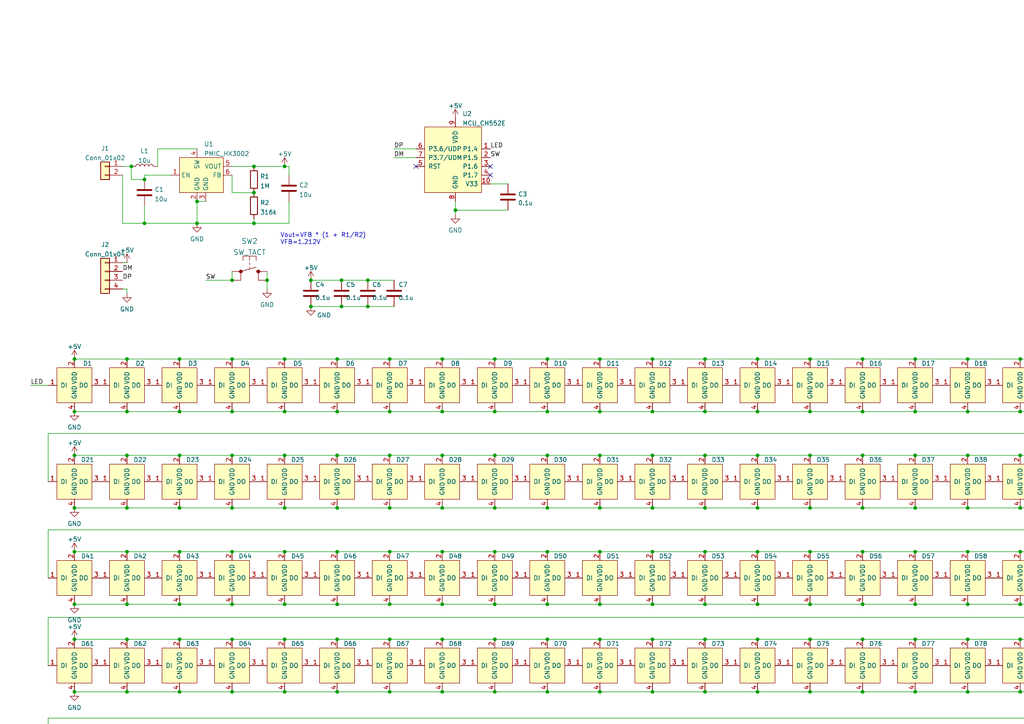
<source format=kicad_sch>
(kicad_sch (version 20211123) (generator eeschema)
  (paper "A4")
  (junction (at 265.43 200.66))
  (junction (at 143.51 104.14))
  (junction (at 219.71 160.02))
  (junction (at 143.51 185.42))
  (junction (at 90.17 81.28))
  (junction (at 265.43 214.63))
  (junction (at 113.03 160.02))
  (junction (at 265.43 132.08))
  (junction (at 73.66 48.26))
  (junction (at 158.75 229.87))
  (junction (at 97.79 175.26))
  (junction (at 265.43 185.42))
  (junction (at 67.31 119.38))
  (junction (at 204.47 200.66))
  (junction (at 21.59 104.14))
  (junction (at 158.75 214.63))
  (junction (at 189.23 200.66))
  (junction (at 36.83 214.63))
  (junction (at 128.27 119.38))
  (junction (at 113.03 104.14))
  (junction (at 219.71 185.42))
  (junction (at 36.83 175.26))
  (junction (at 97.79 104.14))
  (junction (at 234.95 185.42))
  (junction (at 82.55 104.14))
  (junction (at 219.71 147.32))
  (junction (at 82.55 185.42))
  (junction (at 295.91 200.66))
  (junction (at 158.75 132.08))
  (junction (at 189.23 175.26))
  (junction (at 219.71 214.63))
  (junction (at 158.75 104.14))
  (junction (at 158.75 147.32))
  (junction (at 265.43 147.32))
  (junction (at 189.23 229.87))
  (junction (at 21.59 160.02))
  (junction (at 295.91 132.08))
  (junction (at 36.83 229.87))
  (junction (at 280.67 104.14))
  (junction (at 204.47 185.42))
  (junction (at 128.27 104.14))
  (junction (at 265.43 160.02))
  (junction (at 73.66 64.77))
  (junction (at 52.07 214.63))
  (junction (at 189.23 160.02))
  (junction (at 265.43 175.26))
  (junction (at 99.06 81.28))
  (junction (at 143.51 200.66))
  (junction (at 113.03 147.32))
  (junction (at 97.79 160.02))
  (junction (at 82.55 214.63))
  (junction (at 173.99 214.63))
  (junction (at 234.95 119.38))
  (junction (at 234.95 104.14))
  (junction (at 204.47 104.14))
  (junction (at 158.75 175.26))
  (junction (at 52.07 147.32))
  (junction (at 143.51 229.87))
  (junction (at 106.68 88.9))
  (junction (at 295.91 160.02))
  (junction (at 21.59 119.38))
  (junction (at 52.07 229.87))
  (junction (at 128.27 175.26))
  (junction (at 250.19 200.66))
  (junction (at 67.31 147.32))
  (junction (at 77.47 81.28))
  (junction (at 280.67 200.66))
  (junction (at 97.79 147.32))
  (junction (at 250.19 104.14))
  (junction (at 250.19 185.42))
  (junction (at 189.23 185.42))
  (junction (at 173.99 132.08))
  (junction (at 82.55 119.38))
  (junction (at 128.27 147.32))
  (junction (at 280.67 132.08))
  (junction (at 189.23 132.08))
  (junction (at 265.43 119.38))
  (junction (at 295.91 229.87))
  (junction (at 82.55 147.32))
  (junction (at 67.31 175.26))
  (junction (at 234.95 132.08))
  (junction (at 67.31 229.87))
  (junction (at 204.47 119.38))
  (junction (at 99.06 88.9))
  (junction (at 113.03 229.87))
  (junction (at 219.71 175.26))
  (junction (at 234.95 147.32))
  (junction (at 295.91 147.32))
  (junction (at 82.55 160.02))
  (junction (at 67.31 81.28))
  (junction (at 97.79 214.63))
  (junction (at 280.67 229.87))
  (junction (at 57.15 58.42))
  (junction (at 97.79 185.42))
  (junction (at 21.59 175.26))
  (junction (at 173.99 147.32))
  (junction (at 41.91 64.77))
  (junction (at 21.59 229.87))
  (junction (at 67.31 132.08))
  (junction (at 36.83 132.08))
  (junction (at 234.95 200.66))
  (junction (at 21.59 132.08))
  (junction (at 36.83 185.42))
  (junction (at 52.07 132.08))
  (junction (at 67.31 200.66))
  (junction (at 143.51 147.32))
  (junction (at 82.55 132.08))
  (junction (at 189.23 104.14))
  (junction (at 204.47 175.26))
  (junction (at 97.79 200.66))
  (junction (at 265.43 229.87))
  (junction (at 219.71 229.87))
  (junction (at 173.99 104.14))
  (junction (at 204.47 147.32))
  (junction (at 113.03 214.63))
  (junction (at 204.47 160.02))
  (junction (at 52.07 119.38))
  (junction (at 204.47 229.87))
  (junction (at 280.67 185.42))
  (junction (at 250.19 119.38))
  (junction (at 250.19 132.08))
  (junction (at 189.23 119.38))
  (junction (at 219.71 104.14))
  (junction (at 204.47 214.63))
  (junction (at 73.66 55.88))
  (junction (at 38.1 48.26))
  (junction (at 280.67 214.63))
  (junction (at 280.67 160.02))
  (junction (at 97.79 132.08))
  (junction (at 36.83 119.38))
  (junction (at 128.27 229.87))
  (junction (at 67.31 104.14))
  (junction (at 21.59 214.63))
  (junction (at 67.31 160.02))
  (junction (at 173.99 175.26))
  (junction (at 113.03 185.42))
  (junction (at 82.55 175.26))
  (junction (at 52.07 175.26))
  (junction (at 219.71 200.66))
  (junction (at 113.03 119.38))
  (junction (at 82.55 229.87))
  (junction (at 82.55 200.66))
  (junction (at 113.03 200.66))
  (junction (at 113.03 175.26))
  (junction (at 234.95 229.87))
  (junction (at 295.91 175.26))
  (junction (at 36.83 200.66))
  (junction (at 67.31 214.63))
  (junction (at 280.67 119.38))
  (junction (at 52.07 104.14))
  (junction (at 173.99 185.42))
  (junction (at 173.99 200.66))
  (junction (at 158.75 119.38))
  (junction (at 143.51 214.63))
  (junction (at 280.67 147.32))
  (junction (at 41.91 52.07))
  (junction (at 52.07 160.02))
  (junction (at 173.99 160.02))
  (junction (at 97.79 229.87))
  (junction (at 250.19 214.63))
  (junction (at 158.75 200.66))
  (junction (at 128.27 214.63))
  (junction (at 234.95 214.63))
  (junction (at 128.27 200.66))
  (junction (at 21.59 147.32))
  (junction (at 143.51 175.26))
  (junction (at 21.59 185.42))
  (junction (at 143.51 160.02))
  (junction (at 82.55 48.26))
  (junction (at 97.79 119.38))
  (junction (at 21.59 200.66))
  (junction (at 295.91 185.42))
  (junction (at 173.99 119.38))
  (junction (at 295.91 119.38))
  (junction (at 143.51 132.08))
  (junction (at 234.95 175.26))
  (junction (at 67.31 185.42))
  (junction (at 295.91 214.63))
  (junction (at 132.08 60.96))
  (junction (at 189.23 214.63))
  (junction (at 250.19 160.02))
  (junction (at 52.07 200.66))
  (junction (at 106.68 81.28))
  (junction (at 128.27 160.02))
  (junction (at 143.51 119.38))
  (junction (at 36.83 104.14))
  (junction (at 295.91 104.14))
  (junction (at 250.19 147.32))
  (junction (at 57.15 64.77))
  (junction (at 189.23 147.32))
  (junction (at 90.17 88.9))
  (junction (at 219.71 132.08))
  (junction (at 52.07 185.42))
  (junction (at 173.99 229.87))
  (junction (at 265.43 104.14))
  (junction (at 250.19 175.26))
  (junction (at 234.95 160.02))
  (junction (at 250.19 229.87))
  (junction (at 219.71 119.38))
  (junction (at 280.67 175.26))
  (junction (at 204.47 132.08))
  (junction (at 128.27 132.08))
  (junction (at 36.83 160.02))
  (junction (at 128.27 185.42))
  (junction (at 36.83 147.32))
  (junction (at 158.75 160.02))
  (junction (at 113.03 132.08))
  (junction (at 158.75 185.42))
  (no_connect (at 142.24 50.8))
  (no_connect (at 142.24 48.26))
  (no_connect (at 120.65 48.26))
  (no_connect (at 318.77 222.25))
  (wire (pts (xy 250.19 132.08) (xy 265.43 132.08)))
  (wire (pts (xy 143.51 104.14) (xy 158.75 104.14)))
  (wire (pts (xy 113.03 132.08) (xy 128.27 132.08)))
  (wire (pts (xy 173.99 200.66) (xy 189.23 200.66)))
  (wire (pts (xy 97.79 214.63) (xy 113.03 214.63)))
  (wire (pts (xy 158.75 104.14) (xy 173.99 104.14)))
  (wire (pts (xy 189.23 104.14) (xy 204.47 104.14)))
  (wire (pts (xy 67.31 185.42) (xy 82.55 185.42)))
  (wire (pts (xy 318.77 208.28) (xy 13.97 208.28)))
  (wire (pts (xy 97.79 132.08) (xy 113.03 132.08)))
  (wire (pts (xy 295.91 104.14) (xy 311.15 104.14)))
  (wire (pts (xy 189.23 147.32) (xy 204.47 147.32)))
  (wire (pts (xy 189.23 160.02) (xy 204.47 160.02)))
  (wire (pts (xy 41.91 64.77) (xy 41.91 59.69)))
  (wire (pts (xy 318.77 179.07) (xy 318.77 167.64)))
  (wire (pts (xy 13.97 139.7) (xy 13.97 125.73)))
  (wire (pts (xy 73.66 48.26) (xy 82.55 48.26)))
  (wire (pts (xy 189.23 175.26) (xy 204.47 175.26)))
  (wire (pts (xy 113.03 229.87) (xy 128.27 229.87)))
  (wire (pts (xy 173.99 214.63) (xy 189.23 214.63)))
  (wire (pts (xy 128.27 160.02) (xy 143.51 160.02)))
  (wire (pts (xy 204.47 119.38) (xy 219.71 119.38)))
  (wire (pts (xy 128.27 132.08) (xy 143.51 132.08)))
  (wire (pts (xy 265.43 132.08) (xy 280.67 132.08)))
  (wire (pts (xy 143.51 147.32) (xy 158.75 147.32)))
  (wire (pts (xy 114.3 43.18) (xy 120.65 43.18)))
  (wire (pts (xy 82.55 147.32) (xy 97.79 147.32)))
  (wire (pts (xy 67.31 78.74) (xy 67.31 81.28)))
  (wire (pts (xy 265.43 200.66) (xy 280.67 200.66)))
  (wire (pts (xy 219.71 147.32) (xy 234.95 147.32)))
  (wire (pts (xy 189.23 214.63) (xy 204.47 214.63)))
  (wire (pts (xy 250.19 229.87) (xy 265.43 229.87)))
  (wire (pts (xy 204.47 214.63) (xy 219.71 214.63)))
  (wire (pts (xy 52.07 132.08) (xy 67.31 132.08)))
  (wire (pts (xy 82.55 185.42) (xy 97.79 185.42)))
  (wire (pts (xy 143.51 119.38) (xy 158.75 119.38)))
  (wire (pts (xy 280.67 132.08) (xy 295.91 132.08)))
  (wire (pts (xy 234.95 200.66) (xy 250.19 200.66)))
  (wire (pts (xy 52.07 104.14) (xy 67.31 104.14)))
  (wire (pts (xy 52.07 119.38) (xy 67.31 119.38)))
  (wire (pts (xy 143.51 214.63) (xy 158.75 214.63)))
  (wire (pts (xy 318.77 125.73) (xy 318.77 111.76)))
  (wire (pts (xy 219.71 104.14) (xy 234.95 104.14)))
  (wire (pts (xy 265.43 160.02) (xy 280.67 160.02)))
  (wire (pts (xy 82.55 229.87) (xy 97.79 229.87)))
  (wire (pts (xy 158.75 175.26) (xy 173.99 175.26)))
  (wire (pts (xy 35.56 64.77) (xy 35.56 50.8)))
  (wire (pts (xy 234.95 119.38) (xy 250.19 119.38)))
  (wire (pts (xy 204.47 147.32) (xy 219.71 147.32)))
  (wire (pts (xy 318.77 153.67) (xy 13.97 153.67)))
  (wire (pts (xy 36.83 119.38) (xy 52.07 119.38)))
  (wire (pts (xy 113.03 147.32) (xy 128.27 147.32)))
  (wire (pts (xy 97.79 104.14) (xy 113.03 104.14)))
  (wire (pts (xy 82.55 104.14) (xy 97.79 104.14)))
  (wire (pts (xy 234.95 160.02) (xy 250.19 160.02)))
  (wire (pts (xy 295.91 200.66) (xy 311.15 200.66)))
  (wire (pts (xy 250.19 119.38) (xy 265.43 119.38)))
  (wire (pts (xy 250.19 104.14) (xy 265.43 104.14)))
  (wire (pts (xy 36.83 229.87) (xy 52.07 229.87)))
  (wire (pts (xy 280.67 214.63) (xy 295.91 214.63)))
  (wire (pts (xy 295.91 214.63) (xy 311.15 214.63)))
  (wire (pts (xy 21.59 214.63) (xy 36.83 214.63)))
  (wire (pts (xy 204.47 229.87) (xy 219.71 229.87)))
  (wire (pts (xy 143.51 185.42) (xy 158.75 185.42)))
  (wire (pts (xy 158.75 229.87) (xy 173.99 229.87)))
  (wire (pts (xy 128.27 185.42) (xy 143.51 185.42)))
  (wire (pts (xy 204.47 200.66) (xy 219.71 200.66)))
  (wire (pts (xy 234.95 175.26) (xy 250.19 175.26)))
  (wire (pts (xy 52.07 200.66) (xy 67.31 200.66)))
  (wire (pts (xy 90.17 88.9) (xy 99.06 88.9)))
  (wire (pts (xy 21.59 119.38) (xy 36.83 119.38)))
  (wire (pts (xy 173.99 147.32) (xy 189.23 147.32)))
  (wire (pts (xy 67.31 214.63) (xy 82.55 214.63)))
  (wire (pts (xy 219.71 200.66) (xy 234.95 200.66)))
  (wire (pts (xy 158.75 147.32) (xy 173.99 147.32)))
  (wire (pts (xy 13.97 193.04) (xy 13.97 179.07)))
  (wire (pts (xy 67.31 160.02) (xy 82.55 160.02)))
  (wire (pts (xy 204.47 160.02) (xy 219.71 160.02)))
  (wire (pts (xy 36.83 175.26) (xy 52.07 175.26)))
  (wire (pts (xy 35.56 48.26) (xy 38.1 48.26)))
  (wire (pts (xy 36.83 200.66) (xy 52.07 200.66)))
  (wire (pts (xy 21.59 229.87) (xy 36.83 229.87)))
  (wire (pts (xy 36.83 132.08) (xy 52.07 132.08)))
  (wire (pts (xy 132.08 58.42) (xy 132.08 60.96)))
  (wire (pts (xy 318.77 193.04) (xy 318.77 208.28)))
  (wire (pts (xy 250.19 147.32) (xy 265.43 147.32)))
  (wire (pts (xy 250.19 200.66) (xy 265.43 200.66)))
  (wire (pts (xy 82.55 200.66) (xy 97.79 200.66)))
  (wire (pts (xy 67.31 175.26) (xy 82.55 175.26)))
  (wire (pts (xy 113.03 185.42) (xy 128.27 185.42)))
  (wire (pts (xy 219.71 214.63) (xy 234.95 214.63)))
  (wire (pts (xy 82.55 132.08) (xy 97.79 132.08)))
  (wire (pts (xy 83.82 48.26) (xy 83.82 50.8)))
  (wire (pts (xy 67.31 147.32) (xy 82.55 147.32)))
  (wire (pts (xy 189.23 119.38) (xy 204.47 119.38)))
  (wire (pts (xy 128.27 147.32) (xy 143.51 147.32)))
  (wire (pts (xy 158.75 119.38) (xy 173.99 119.38)))
  (wire (pts (xy 219.71 185.42) (xy 234.95 185.42)))
  (wire (pts (xy 128.27 119.38) (xy 143.51 119.38)))
  (wire (pts (xy 250.19 175.26) (xy 265.43 175.26)))
  (wire (pts (xy 189.23 200.66) (xy 204.47 200.66)))
  (wire (pts (xy 173.99 119.38) (xy 189.23 119.38)))
  (wire (pts (xy 52.07 185.42) (xy 67.31 185.42)))
  (wire (pts (xy 280.67 119.38) (xy 295.91 119.38)))
  (wire (pts (xy 234.95 104.14) (xy 250.19 104.14)))
  (wire (pts (xy 113.03 214.63) (xy 128.27 214.63)))
  (wire (pts (xy 189.23 185.42) (xy 204.47 185.42)))
  (wire (pts (xy 73.66 64.77) (xy 73.66 63.5)))
  (wire (pts (xy 280.67 147.32) (xy 295.91 147.32)))
  (wire (pts (xy 57.15 58.42) (xy 59.69 58.42)))
  (wire (pts (xy 41.91 52.07) (xy 38.1 52.07)))
  (wire (pts (xy 189.23 132.08) (xy 204.47 132.08)))
  (wire (pts (xy 158.75 200.66) (xy 173.99 200.66)))
  (wire (pts (xy 173.99 104.14) (xy 189.23 104.14)))
  (wire (pts (xy 128.27 214.63) (xy 143.51 214.63)))
  (wire (pts (xy 73.66 64.77) (xy 83.82 64.77)))
  (wire (pts (xy 132.08 60.96) (xy 132.08 62.23)))
  (wire (pts (xy 280.67 185.42) (xy 295.91 185.42)))
  (wire (pts (xy 295.91 229.87) (xy 311.15 229.87)))
  (wire (pts (xy 128.27 175.26) (xy 143.51 175.26)))
  (wire (pts (xy 204.47 104.14) (xy 219.71 104.14)))
  (wire (pts (xy 142.24 53.34) (xy 147.32 53.34)))
  (wire (pts (xy 295.91 175.26) (xy 311.15 175.26)))
  (wire (pts (xy 113.03 104.14) (xy 128.27 104.14)))
  (wire (pts (xy 143.51 132.08) (xy 158.75 132.08)))
  (wire (pts (xy 21.59 185.42) (xy 36.83 185.42)))
  (wire (pts (xy 114.3 45.72) (xy 120.65 45.72)))
  (wire (pts (xy 21.59 160.02) (xy 36.83 160.02)))
  (wire (pts (xy 204.47 132.08) (xy 219.71 132.08)))
  (wire (pts (xy 36.83 104.14) (xy 52.07 104.14)))
  (wire (pts (xy 204.47 175.26) (xy 219.71 175.26)))
  (wire (pts (xy 67.31 119.38) (xy 82.55 119.38)))
  (wire (pts (xy 21.59 200.66) (xy 36.83 200.66)))
  (wire (pts (xy 265.43 119.38) (xy 280.67 119.38)))
  (wire (pts (xy 97.79 119.38) (xy 113.03 119.38)))
  (wire (pts (xy 204.47 185.42) (xy 219.71 185.42)))
  (wire (pts (xy 52.07 229.87) (xy 67.31 229.87)))
  (wire (pts (xy 113.03 160.02) (xy 128.27 160.02)))
  (wire (pts (xy 67.31 229.87) (xy 82.55 229.87)))
  (wire (pts (xy 265.43 229.87) (xy 280.67 229.87)))
  (wire (pts (xy 173.99 229.87) (xy 189.23 229.87)))
  (wire (pts (xy 295.91 160.02) (xy 311.15 160.02)))
  (wire (pts (xy 35.56 83.82) (xy 36.83 83.82)))
  (wire (pts (xy 83.82 64.77) (xy 83.82 58.42)))
  (wire (pts (xy 77.47 78.74) (xy 77.47 81.28)))
  (wire (pts (xy 173.99 160.02) (xy 189.23 160.02)))
  (wire (pts (xy 265.43 185.42) (xy 280.67 185.42)))
  (wire (pts (xy 219.71 175.26) (xy 234.95 175.26)))
  (wire (pts (xy 97.79 175.26) (xy 113.03 175.26)))
  (wire (pts (xy 38.1 52.07) (xy 38.1 48.26)))
  (wire (pts (xy 41.91 64.77) (xy 35.56 64.77)))
  (wire (pts (xy 36.83 160.02) (xy 52.07 160.02)))
  (wire (pts (xy 158.75 214.63) (xy 173.99 214.63)))
  (wire (pts (xy 173.99 132.08) (xy 189.23 132.08)))
  (wire (pts (xy 128.27 229.87) (xy 143.51 229.87)))
  (wire (pts (xy 21.59 104.14) (xy 36.83 104.14)))
  (wire (pts (xy 234.95 214.63) (xy 250.19 214.63)))
  (wire (pts (xy 158.75 185.42) (xy 173.99 185.42)))
  (wire (pts (xy 52.07 147.32) (xy 67.31 147.32)))
  (wire (pts (xy 67.31 132.08) (xy 82.55 132.08)))
  (wire (pts (xy 234.95 132.08) (xy 250.19 132.08)))
  (wire (pts (xy 219.71 132.08) (xy 234.95 132.08)))
  (wire (pts (xy 128.27 104.14) (xy 143.51 104.14)))
  (wire (pts (xy 36.83 214.63) (xy 52.07 214.63)))
  (wire (pts (xy 280.67 175.26) (xy 295.91 175.26)))
  (wire (pts (xy 8.89 111.76) (xy 13.97 111.76)))
  (wire (pts (xy 21.59 132.08) (xy 36.83 132.08)))
  (wire (pts (xy 143.51 200.66) (xy 158.75 200.66)))
  (wire (pts (xy 52.07 175.26) (xy 67.31 175.26)))
  (wire (pts (xy 250.19 160.02) (xy 265.43 160.02)))
  (wire (pts (xy 113.03 200.66) (xy 128.27 200.66)))
  (wire (pts (xy 128.27 200.66) (xy 143.51 200.66)))
  (wire (pts (xy 219.71 160.02) (xy 234.95 160.02)))
  (wire (pts (xy 158.75 160.02) (xy 173.99 160.02)))
  (wire (pts (xy 82.55 214.63) (xy 97.79 214.63)))
  (wire (pts (xy 52.07 214.63) (xy 67.31 214.63)))
  (wire (pts (xy 132.08 60.96) (xy 147.32 60.96)))
  (wire (pts (xy 13.97 208.28) (xy 13.97 222.25)))
  (wire (pts (xy 45.72 43.18) (xy 45.72 48.26)))
  (wire (pts (xy 21.59 175.26) (xy 36.83 175.26)))
  (wire (pts (xy 35.56 76.2) (xy 36.83 76.2)))
  (wire (pts (xy 219.71 229.87) (xy 234.95 229.87)))
  (wire (pts (xy 113.03 119.38) (xy 128.27 119.38)))
  (wire (pts (xy 295.91 132.08) (xy 311.15 132.08)))
  (wire (pts (xy 234.95 147.32) (xy 250.19 147.32)))
  (wire (pts (xy 41.91 50.8) (xy 41.91 52.07)))
  (wire (pts (xy 77.47 81.28) (xy 77.47 83.82)))
  (wire (pts (xy 219.71 119.38) (xy 234.95 119.38)))
  (wire (pts (xy 99.06 88.9) (xy 106.68 88.9)))
  (wire (pts (xy 52.07 160.02) (xy 67.31 160.02)))
  (wire (pts (xy 280.67 104.14) (xy 295.91 104.14)))
  (wire (pts (xy 90.17 81.28) (xy 99.06 81.28)))
  (wire (pts (xy 97.79 160.02) (xy 113.03 160.02)))
  (wire (pts (xy 57.15 43.18) (xy 45.72 43.18)))
  (wire (pts (xy 265.43 214.63) (xy 280.67 214.63)))
  (wire (pts (xy 97.79 200.66) (xy 113.03 200.66)))
  (wire (pts (xy 295.91 147.32) (xy 311.15 147.32)))
  (wire (pts (xy 113.03 175.26) (xy 128.27 175.26)))
  (wire (pts (xy 250.19 185.42) (xy 265.43 185.42)))
  (wire (pts (xy 318.77 139.7) (xy 318.77 153.67)))
  (wire (pts (xy 295.91 119.38) (xy 311.15 119.38)))
  (wire (pts (xy 82.55 48.26) (xy 83.82 48.26)))
  (wire (pts (xy 13.97 179.07) (xy 318.77 179.07)))
  (wire (pts (xy 189.23 229.87) (xy 204.47 229.87)))
  (wire (pts (xy 67.31 104.14) (xy 82.55 104.14)))
  (wire (pts (xy 173.99 185.42) (xy 189.23 185.42)))
  (wire (pts (xy 57.15 64.77) (xy 73.66 64.77)))
  (wire (pts (xy 57.15 58.42) (xy 57.15 64.77)))
  (wire (pts (xy 143.51 175.26) (xy 158.75 175.26)))
  (wire (pts (xy 67.31 200.66) (xy 82.55 200.66)))
  (wire (pts (xy 36.83 83.82) (xy 36.83 85.09)))
  (wire (pts (xy 82.55 160.02) (xy 97.79 160.02)))
  (wire (pts (xy 99.06 81.28) (xy 106.68 81.28)))
  (wire (pts (xy 36.83 147.32) (xy 52.07 147.32)))
  (wire (pts (xy 21.59 147.32) (xy 36.83 147.32)))
  (wire (pts (xy 265.43 147.32) (xy 280.67 147.32)))
  (wire (pts (xy 265.43 175.26) (xy 280.67 175.26)))
  (wire (pts (xy 280.67 200.66) (xy 295.91 200.66)))
  (wire (pts (xy 265.43 104.14) (xy 280.67 104.14)))
  (wire (pts (xy 158.75 132.08) (xy 173.99 132.08)))
  (wire (pts (xy 106.68 81.28) (xy 114.3 81.28)))
  (wire (pts (xy 295.91 185.42) (xy 311.15 185.42)))
  (wire (pts (xy 280.67 229.87) (xy 295.91 229.87)))
  (wire (pts (xy 13.97 153.67) (xy 13.97 167.64)))
  (wire (pts (xy 36.83 185.42) (xy 52.07 185.42)))
  (wire (pts (xy 67.31 55.88) (xy 67.31 50.8)))
  (wire (pts (xy 97.79 147.32) (xy 113.03 147.32)))
  (wire (pts (xy 97.79 229.87) (xy 113.03 229.87)))
  (wire (pts (xy 173.99 175.26) (xy 189.23 175.26)))
  (wire (pts (xy 73.66 55.88) (xy 67.31 55.88)))
  (wire (pts (xy 97.79 185.42) (xy 113.03 185.42)))
  (wire (pts (xy 143.51 229.87) (xy 158.75 229.87)))
  (wire (pts (xy 67.31 48.26) (xy 73.66 48.26)))
  (wire (pts (xy 57.15 64.77) (xy 41.91 64.77)))
  (wire (pts (xy 82.55 175.26) (xy 97.79 175.26)))
  (wire (pts (xy 49.53 50.8) (xy 41.91 50.8)))
  (wire (pts (xy 82.55 119.38) (xy 97.79 119.38)))
  (wire (pts (xy 13.97 125.73) (xy 318.77 125.73)))
  (wire (pts (xy 143.51 160.02) (xy 158.75 160.02)))
  (wire (pts (xy 234.95 185.42) (xy 250.19 185.42)))
  (wire (pts (xy 59.69 81.28) (xy 67.31 81.28)))
  (wire (pts (xy 106.68 88.9) (xy 114.3 88.9)))
  (wire (pts (xy 250.19 214.63) (xy 265.43 214.63)))
  (wire (pts (xy 280.67 160.02) (xy 295.91 160.02)))
  (wire (pts (xy 234.95 229.87) (xy 250.19 229.87)))
  (text "Vout=VFB * (1 + R1/R2)\nVFB=1.212V" (at 81.28 71.12 0) (effects (font (size 1.27 1.27)) (justify left bottom)))
  (label "DM" (at 114.3 45.72 0))
  (label "LED" (at 8.89 111.76 0))
  (label "DM" (at 35.56 78.74 0))
  (label "SW" (at 142.24 45.72 0))
  (label "LED" (at 142.24 43.18 0))
  (label "DP" (at 35.56 81.28 0))
  (label "DP" (at 114.3 43.18 0))
  (label "SW" (at 59.69 81.28 0))
  (symbol (lib_id "akita:LED_SK6812side") (at 143.51 111.76 0) (unit 1)
    (property "Reference" "D9" (at 147.32 105.41 0))
    (property "Value" "LED_SK6812side" (effects hide))
    (property "Footprint" "akita:LED_SK6812SIDE_A" (effects hide))
    (property "LCSC" "C5378721" (effects hide))
  )
  (symbol (lib_id "akita:LED_SK6812side") (at 295.91 167.64 0) (unit 1)
    (property "Reference" "D59" (at 299.72 161.29 0))
    (property "Value" "LED_SK6812side" (effects hide))
    (property "Footprint" "akita:LED_SK6812SIDE_A" (effects hide))
    (property "LCSC" "C5378721" (effects hide))
  )
  (symbol (lib_id "akita:LED_SK6812side") (at 128.27 139.7 0) (unit 1)
    (property "Reference" "D28" (at 132.08 133.35 0))
    (property "Value" "LED_SK6812side" (effects hide))
    (property "Footprint" "akita:LED_SK6812SIDE_A" (effects hide))
    (property "LCSC" "C5378721" (effects hide))
  )
  (symbol (lib_id "akita:LED_SK6812side") (at 143.51 139.7 0) (unit 1)
    (property "Reference" "D29" (at 147.32 133.35 0))
    (property "Value" "LED_SK6812side" (effects hide))
    (property "Footprint" "akita:LED_SK6812SIDE_A" (effects hide))
    (property "LCSC" "C5378721" (effects hide))
  )
  (symbol (lib_id "akita:LED_SK6812side") (at 128.27 222.25 0) (unit 1)
    (property "Reference" "D88" (at 132.08 215.9 0))
    (property "Value" "LED_SK6812side" (effects hide))
    (property "Footprint" "akita:LED_SK6812SIDE_A" (effects hide))
    (property "LCSC" "C5378721" (effects hide))
  )
  (symbol (lib_id "akita:LED_SK6812side") (at 67.31 222.25 0) (unit 1)
    (property "Reference" "D84" (at 71.12 215.9 0))
    (property "Value" "LED_SK6812side" (effects hide))
    (property "Footprint" "akita:LED_SK6812SIDE_A" (effects hide))
    (property "LCSC" "C5378721" (effects hide))
  )
  (symbol (lib_id "akita:LED_SK6812side") (at 295.91 111.76 0) (unit 1)
    (property "Reference" "D19" (at 299.72 105.41 0))
    (property "Value" "LED_SK6812side" (effects hide))
    (property "Footprint" "akita:LED_SK6812SIDE_A" (effects hide))
    (property "LCSC" "C5378721" (effects hide))
  )
  (symbol (lib_id "Device:C") (at 99.06 85.09 0) (unit 1)
    (property "Reference" "C5" (at 100.33 82.55 0) (effects (justify left)))
    (property "Value" "0.1u" (at 100.33 86.36 0) (effects (justify left)))
    (property "Footprint" "Capacitor_SMD:C_0603_1608Metric" (effects hide))
    (property "LCSC" "C14663" (effects hide))
  )
  (symbol (lib_id "akita:LED_SK6812side") (at 36.83 111.76 0) (unit 1)
    (property "Reference" "D2" (at 40.64 105.41 0))
    (property "Value" "LED_SK6812side" (effects hide))
    (property "Footprint" "akita:LED_SK6812SIDE_A" (effects hide))
    (property "LCSC" "C5378721" (effects hide))
  )
  (symbol (lib_id "akita:LED_SK6812side") (at 234.95 139.7 0) (unit 1)
    (property "Reference" "D35" (at 238.76 133.35 0))
    (property "Value" "LED_SK6812side" (effects hide))
    (property "Footprint" "akita:LED_SK6812SIDE_A" (effects hide))
    (property "LCSC" "C5378721" (effects hide))
  )
  (symbol (lib_id "power:+5V") (at 82.55 48.26 0) (unit 1)
    (property "Reference" "#PWR09" (effects hide))
    (property "Value" "+5V" (at 82.55 44.6555 0))
  )
  (symbol (lib_id "akita:LED_SK6812side") (at 128.27 167.64 0) (unit 1)
    (property "Reference" "D48" (at 132.08 161.29 0))
    (property "Value" "LED_SK6812side" (effects hide))
    (property "Footprint" "akita:LED_SK6812SIDE_A" (effects hide))
    (property "LCSC" "C5378721" (effects hide))
  )
  (symbol (lib_id "akita:LED_SK6812side") (at 173.99 222.25 0) (unit 1)
    (property "Reference" "D91" (at 177.8 215.9 0))
    (property "Value" "LED_SK6812side" (effects hide))
    (property "Footprint" "akita:LED_SK6812SIDE_A" (effects hide))
    (property "LCSC" "C5378721" (effects hide))
  )
  (symbol (lib_id "akita:LED_SK6812side") (at 173.99 167.64 0) (unit 1)
    (property "Reference" "D51" (at 177.8 161.29 0))
    (property "Value" "LED_SK6812side" (effects hide))
    (property "Footprint" "akita:LED_SK6812SIDE_A" (effects hide))
    (property "LCSC" "C5378721" (effects hide))
  )
  (symbol (lib_id "Device:C") (at 90.17 85.09 0) (unit 1)
    (property "Reference" "C4" (at 91.44 82.55 0) (effects (justify left)))
    (property "Value" "0.1u" (at 91.44 86.36 0) (effects (justify left)))
    (property "Footprint" "Capacitor_SMD:C_0603_1608Metric" (effects hide))
  )
  (symbol (lib_id "akita:LED_SK6812side") (at 21.59 111.76 0) (unit 1)
    (property "Reference" "D1" (at 25.4 105.41 0))
    (property "Value" "LED_SK6812side" (effects hide))
    (property "Footprint" "akita:LED_SK6812SIDE_A" (effects hide))
    (property "LCSC" "C5378721" (effects hide))
  )
  (symbol (lib_id "akita:LED_SK6812side") (at 113.03 111.76 0) (unit 1)
    (property "Reference" "D7" (at 116.84 105.41 0))
    (property "Value" "LED_SK6812side" (effects hide))
    (property "Footprint" "akita:LED_SK6812SIDE_A" (effects hide))
    (property "LCSC" "C5378721" (effects hide))
  )
  (symbol (lib_id "akita:LED_SK6812side") (at 265.43 193.04 0) (unit 1)
    (property "Reference" "D77" (at 269.24 186.69 0))
    (property "Value" "LED_SK6812side" (effects hide))
    (property "Footprint" "akita:LED_SK6812SIDE_A" (effects hide))
    (property "LCSC" "C5378721" (effects hide))
  )
  (symbol (lib_id "Device:C") (at 147.32 57.15 0) (unit 1)
    (property "Reference" "C3" (at 150.241 56.3153 0) (effects (justify left)))
    (property "Value" "0.1u" (at 150.241 58.8522 0) (effects (justify left)))
    (property "Footprint" "Capacitor_SMD:C_0603_1608Metric" (effects hide))
    (property "LCSC" "C14663" (effects hide))
  )
  (symbol (lib_id "akita:LED_SK6812side") (at 52.07 167.64 0) (unit 1)
    (property "Reference" "D43" (at 55.88 161.29 0))
    (property "Value" "LED_SK6812side" (effects hide))
    (property "Footprint" "akita:LED_SK6812SIDE_A" (effects hide))
    (property "LCSC" "C5378721" (effects hide))
  )
  (symbol (lib_id "akita:LED_SK6812side") (at 21.59 222.25 0) (unit 1)
    (property "Reference" "D81" (at 25.4 215.9 0))
    (property "Value" "LED_SK6812side" (effects hide))
    (property "Footprint" "akita:LED_SK6812SIDE_A" (effects hide))
    (property "LCSC" "C5378721" (effects hide))
  )
  (symbol (lib_id "akita:LED_SK6812side") (at 143.51 222.25 0) (unit 1)
    (property "Reference" "D89" (at 147.32 215.9 0))
    (property "Value" "LED_SK6812side" (effects hide))
    (property "Footprint" "akita:LED_SK6812SIDE_A" (effects hide))
    (property "LCSC" "C5378721" (effects hide))
  )
  (symbol (lib_id "akita:LED_SK6812side") (at 113.03 222.25 0) (unit 1)
    (property "Reference" "D87" (at 116.84 215.9 0))
    (property "Value" "LED_SK6812side" (effects hide))
    (property "Footprint" "akita:LED_SK6812SIDE_A" (effects hide))
    (property "LCSC" "C5378721" (effects hide))
  )
  (symbol (lib_id "akita:LED_SK6812side") (at 295.91 222.25 0) (unit 1)
    (property "Reference" "D99" (at 299.72 215.9 0))
    (property "Value" "LED_SK6812side" (effects hide))
    (property "Footprint" "akita:LED_SK6812SIDE_A" (effects hide))
    (property "LCSC" "C5378721" (effects hide))
  )
  (symbol (lib_id "akita:LED_SK6812side") (at 204.47 167.64 0) (unit 1)
    (property "Reference" "D53" (at 208.28 161.29 0))
    (property "Value" "LED_SK6812side" (effects hide))
    (property "Footprint" "akita:LED_SK6812SIDE_A" (effects hide))
    (property "LCSC" "C5378721" (effects hide))
  )
  (symbol (lib_id "akita:LED_SK6812side") (at 311.15 111.76 0) (unit 1)
    (property "Reference" "D20" (at 314.96 105.41 0))
    (property "Value" "LED_SK6812side" (effects hide))
    (property "Footprint" "akita:LED_SK6812SIDE_A" (effects hide))
    (property "LCSC" "C5378721" (effects hide))
  )
  (symbol (lib_id "akita:LED_SK6812side") (at 219.71 222.25 0) (unit 1)
    (property "Reference" "D94" (at 223.52 215.9 0))
    (property "Value" "LED_SK6812side" (effects hide))
    (property "Footprint" "akita:LED_SK6812SIDE_A" (effects hide))
    (property "LCSC" "C5378721" (effects hide))
  )
  (symbol (lib_id "power:+5V") (at 21.59 104.14 0) (unit 1)
    (property "Reference" "#PWR03" (effects hide))
    (property "Value" "+5V" (at 21.59 100.5355 0))
  )
  (symbol (lib_id "power:GND") (at 90.17 88.9 0) (unit 1)
    (property "Reference" "#PWR06" (effects hide))
    (property "Value" "GND" (at 93.98 91.44 0))
  )
  (symbol (lib_id "akita:LED_SK6812side") (at 173.99 139.7 0) (unit 1)
    (property "Reference" "D31" (at 177.8 133.35 0))
    (property "Value" "LED_SK6812side" (effects hide))
    (property "Footprint" "akita:LED_SK6812SIDE_A" (effects hide))
    (property "LCSC" "C5378721" (effects hide))
  )
  (symbol (lib_id "akita:LED_SK6812side") (at 158.75 139.7 0) (unit 1)
    (property "Reference" "D30" (at 162.56 133.35 0))
    (property "Value" "LED_SK6812side" (effects hide))
    (property "Footprint" "akita:LED_SK6812SIDE_A" (effects hide))
    (property "LCSC" "C5378721" (effects hide))
  )
  (symbol (lib_id "akita:LED_SK6812side") (at 67.31 139.7 0) (unit 1)
    (property "Reference" "D24" (at 71.12 133.35 0))
    (property "Value" "LED_SK6812side" (effects hide))
    (property "Footprint" "akita:LED_SK6812SIDE_A" (effects hide))
    (property "LCSC" "C5378721" (effects hide))
  )
  (symbol (lib_id "akita:LED_SK6812side") (at 82.55 222.25 0) (unit 1)
    (property "Reference" "D85" (at 86.36 215.9 0))
    (property "Value" "LED_SK6812side" (effects hide))
    (property "Footprint" "akita:LED_SK6812SIDE_A" (effects hide))
    (property "LCSC" "C5378721" (effects hide))
  )
  (symbol (lib_id "akita:LED_SK6812side") (at 143.51 167.64 0) (unit 1)
    (property "Reference" "D49" (at 147.32 161.29 0))
    (property "Value" "LED_SK6812side" (effects hide))
    (property "Footprint" "akita:LED_SK6812SIDE_A" (effects hide))
    (property "LCSC" "C5378721" (effects hide))
  )
  (symbol (lib_id "akita:LED_SK6812side") (at 295.91 139.7 0) (unit 1)
    (property "Reference" "D39" (at 299.72 133.35 0))
    (property "Value" "LED_SK6812side" (effects hide))
    (property "Footprint" "akita:LED_SK6812SIDE_A" (effects hide))
    (property "LCSC" "C5378721" (effects hide))
  )
  (symbol (lib_id "akita:LED_SK6812side") (at 67.31 167.64 0) (unit 1)
    (property "Reference" "D44" (at 71.12 161.29 0))
    (property "Value" "LED_SK6812side" (effects hide))
    (property "Footprint" "akita:LED_SK6812SIDE_A" (effects hide))
    (property "LCSC" "C5378721" (effects hide))
  )
  (symbol (lib_id "akita:LED_SK6812side") (at 173.99 193.04 0) (unit 1)
    (property "Reference" "D71" (at 177.8 186.69 0))
    (property "Value" "LED_SK6812side" (effects hide))
    (property "Footprint" "akita:LED_SK6812SIDE_A" (effects hide))
    (property "LCSC" "C5378721" (effects hide))
  )
  (symbol (lib_id "akita:LED_SK6812side") (at 36.83 167.64 0) (unit 1)
    (property "Reference" "D42" (at 40.64 161.29 0))
    (property "Value" "LED_SK6812side" (effects hide))
    (property "Footprint" "akita:LED_SK6812SIDE_A" (effects hide))
    (property "LCSC" "C5378721" (effects hide))
  )
  (symbol (lib_id "akita:LED_SK6812side") (at 219.71 193.04 0) (unit 1)
    (property "Reference" "D74" (at 223.52 186.69 0))
    (property "Value" "LED_SK6812side" (effects hide))
    (property "Footprint" "akita:LED_SK6812SIDE_A" (effects hide))
    (property "LCSC" "C5378721" (effects hide))
  )
  (symbol (lib_id "akita:LED_SK6812side") (at 21.59 139.7 0) (unit 1)
    (property "Reference" "D21" (at 25.4 133.35 0))
    (property "Value" "LED_SK6812side" (effects hide))
    (property "Footprint" "akita:LED_SK6812SIDE_A" (effects hide))
    (property "LCSC" "C5378721" (effects hide))
  )
  (symbol (lib_id "Connector_Generic:Conn_01x02") (at 30.48 48.26 0) (mirror y) (unit 1)
    (property "Reference" "J1" (at 30.48 43.0235 0))
    (property "Value" "Conn_01x02" (at 30.48 45.7986 0))
    (property "Footprint" "akita:JST_PH2_SMD" (effects hide))
    (property "LCSC" " C295747" (effects hide))
  )
  (symbol (lib_id "akita:LED_SK6812side") (at 97.79 193.04 0) (unit 1)
    (property "Reference" "D66" (at 101.6 186.69 0))
    (property "Value" "LED_SK6812side" (effects hide))
    (property "Footprint" "akita:LED_SK6812SIDE_A" (effects hide))
    (property "LCSC" "C5378721" (effects hide))
  )
  (symbol (lib_id "akita:LED_SK6812side") (at 158.75 167.64 0) (unit 1)
    (property "Reference" "D50" (at 162.56 161.29 0))
    (property "Value" "LED_SK6812side" (effects hide))
    (property "Footprint" "akita:LED_SK6812SIDE_A" (effects hide))
    (property "LCSC" "C5378721" (effects hide))
  )
  (symbol (lib_id "akita:LED_SK6812side") (at 250.19 139.7 0) (unit 1)
    (property "Reference" "D36" (at 254 133.35 0))
    (property "Value" "LED_SK6812side" (effects hide))
    (property "Footprint" "akita:LED_SK6812SIDE_A" (effects hide))
    (property "LCSC" "C5378721" (effects hide))
  )
  (symbol (lib_id "akita:LED_SK6812side") (at 97.79 222.25 0) (unit 1)
    (property "Reference" "D86" (at 101.6 215.9 0))
    (property "Value" "LED_SK6812side" (effects hide))
    (property "Footprint" "akita:LED_SK6812SIDE_A" (effects hide))
    (property "LCSC" "C5378721" (effects hide))
  )
  (symbol (lib_id "akita:LED_SK6812side") (at 250.19 167.64 0) (unit 1)
    (property "Reference" "D56" (at 254 161.29 0))
    (property "Value" "LED_SK6812side" (effects hide))
    (property "Footprint" "akita:LED_SK6812SIDE_A" (effects hide))
    (property "LCSC" "C5378721" (effects hide))
  )
  (symbol (lib_id "akita:LED_SK6812side") (at 189.23 167.64 0) (unit 1)
    (property "Reference" "D52" (at 193.04 161.29 0))
    (property "Value" "LED_SK6812side" (effects hide))
    (property "Footprint" "akita:LED_SK6812SIDE_A" (effects hide))
    (property "LCSC" "C5378721" (effects hide))
  )
  (symbol (lib_id "akita:LED_SK6812side") (at 204.47 139.7 0) (unit 1)
    (property "Reference" "D33" (at 208.28 133.35 0))
    (property "Value" "LED_SK6812side" (effects hide))
    (property "Footprint" "akita:LED_SK6812SIDE_A" (effects hide))
    (property "LCSC" "C5378721" (effects hide))
  )
  (symbol (lib_id "akita:LED_SK6812side") (at 173.99 111.76 0) (unit 1)
    (property "Reference" "D11" (at 177.8 105.41 0))
    (property "Value" "LED_SK6812side" (effects hide))
    (property "Footprint" "akita:LED_SK6812SIDE_A" (effects hide))
    (property "LCSC" "C5378721" (effects hide))
  )
  (symbol (lib_id "power:GND") (at 36.83 85.09 0) (unit 1)
    (property "Reference" "#PWR02" (effects hide))
    (property "Value" "GND" (at 36.83 89.6525 0))
  )
  (symbol (lib_id "power:+5V") (at 21.59 132.08 0) (unit 1)
    (property "Reference" "#PWR012" (effects hide))
    (property "Value" "+5V" (at 21.59 128.4755 0))
  )
  (symbol (lib_id "akita:LED_SK6812side") (at 265.43 139.7 0) (unit 1)
    (property "Reference" "D37" (at 269.24 133.35 0))
    (property "Value" "LED_SK6812side" (effects hide))
    (property "Footprint" "akita:LED_SK6812SIDE_A" (effects hide))
    (property "LCSC" "C5378721" (effects hide))
  )
  (symbol (lib_id "power:+5V") (at 36.83 76.2 0) (unit 1)
    (property "Reference" "#PWR01" (effects hide))
    (property "Value" "+5V" (at 36.83 72.5955 0))
  )
  (symbol (lib_id "akita:SW_TACT") (at 72.39 78.74 0) (unit 1)
    (property "Reference" "SW2" (at 72.39 69.9476 0) (effects (font (size 1.4986 1.4986))))
    (property "Value" "SW_TACT" (at 72.39 73.1761 0) (effects (font (size 1.4986 1.4986))))
    (property "Footprint" "Button_Switch_SMD:SW_SPST_B3S-1000" (effects hide))
    (property "LCSC" "C2905128" (effects hide))
  )
  (symbol (lib_id "akita:LED_SK6812side") (at 113.03 167.64 0) (unit 1)
    (property "Reference" "D47" (at 116.84 161.29 0))
    (property "Value" "LED_SK6812side" (effects hide))
    (property "Footprint" "akita:LED_SK6812SIDE_A" (effects hide))
    (property "LCSC" "C5378721" (effects hide))
  )
  (symbol (lib_id "akita:LED_SK6812side") (at 189.23 222.25 0) (unit 1)
    (property "Reference" "D92" (at 193.04 215.9 0))
    (property "Value" "LED_SK6812side" (effects hide))
    (property "Footprint" "akita:LED_SK6812SIDE_A" (effects hide))
    (property "LCSC" "C5378721" (effects hide))
  )
  (symbol (lib_id "akita:MCU_CH552E") (at 132.08 48.26 0) (unit 1)
    (property "Reference" "U2" (at 134.0994 32.9905 0) (effects (justify left)))
    (property "Value" "MCU_CH552E" (at 134.0994 35.7656 0) (effects (justify left)))
    (property "Footprint" "Package_SO:TSSOP-10_3x3mm_P0.5mm" (effects hide))
    (property "LCSC" "C967938" (effects hide))
  )
  (symbol (lib_id "akita:LED_SK6812side") (at 219.71 139.7 0) (unit 1)
    (property "Reference" "D34" (at 223.52 133.35 0))
    (property "Value" "LED_SK6812side" (effects hide))
    (property "Footprint" "akita:LED_SK6812SIDE_A" (effects hide))
    (property "LCSC" "C5378721" (effects hide))
  )
  (symbol (lib_id "akita:LED_SK6812side") (at 219.71 167.64 0) (unit 1)
    (property "Reference" "D54" (at 223.52 161.29 0))
    (property "Value" "LED_SK6812side" (effects hide))
    (property "Footprint" "akita:LED_SK6812SIDE_A" (effects hide))
    (property "LCSC" "C5378721" (effects hide))
  )
  (symbol (lib_id "power:GND") (at 21.59 147.32 0) (unit 1)
    (property "Reference" "#PWR013" (effects hide))
    (property "Value" "GND" (at 21.59 151.8825 0))
  )
  (symbol (lib_id "akita:LED_SK6812side") (at 21.59 167.64 0) (unit 1)
    (property "Reference" "D41" (at 25.4 161.29 0))
    (property "Value" "LED_SK6812side" (effects hide))
    (property "Footprint" "akita:LED_SK6812SIDE_A" (effects hide))
    (property "LCSC" "C5378721" (effects hide))
  )
  (symbol (lib_id "Device:C") (at 114.3 85.09 0) (unit 1)
    (property "Reference" "C7" (at 115.57 82.55 0) (effects (justify left)))
    (property "Value" "0.1u" (at 115.57 86.36 0) (effects (justify left)))
    (property "Footprint" "Capacitor_SMD:C_0603_1608Metric" (effects hide))
    (property "LCSC" "C14663" (effects hide))
  )
  (symbol (lib_id "akita:LED_SK6812side") (at 265.43 222.25 0) (unit 1)
    (property "Reference" "D97" (at 269.24 215.9 0))
    (property "Value" "LED_SK6812side" (effects hide))
    (property "Footprint" "akita:LED_SK6812SIDE_A" (effects hide))
    (property "LCSC" "C5378721" (effects hide))
  )
  (symbol (lib_id "akita:LED_SK6812side") (at 82.55 193.04 0) (unit 1)
    (property "Reference" "D65" (at 86.36 186.69 0))
    (property "Value" "LED_SK6812side" (effects hide))
    (property "Footprint" "akita:LED_SK6812SIDE_A" (effects hide))
    (property "LCSC" "C5378721" (effects hide))
  )
  (symbol (lib_id "akita:LED_SK6812side") (at 158.75 111.76 0) (unit 1)
    (property "Reference" "D10" (at 162.56 105.41 0))
    (property "Value" "LED_SK6812side" (effects hide))
    (property "Footprint" "akita:LED_SK6812SIDE_A" (effects hide))
    (property "LCSC" "C5378721" (effects hide))
  )
  (symbol (lib_id "power:+5V") (at 90.17 81.28 0) (unit 1)
    (property "Reference" "#PWR05" (effects hide))
    (property "Value" "+5V" (at 90.17 77.6755 0))
  )
  (symbol (lib_id "akita:LED_SK6812side") (at 97.79 139.7 0) (unit 1)
    (property "Reference" "D26" (at 101.6 133.35 0))
    (property "Value" "LED_SK6812side" (effects hide))
    (property "Footprint" "akita:LED_SK6812SIDE_A" (effects hide))
    (property "LCSC" "C5378721" (effects hide))
  )
  (symbol (lib_id "akita:LED_SK6812side") (at 204.47 193.04 0) (unit 1)
    (property "Reference" "D73" (at 208.28 186.69 0))
    (property "Value" "LED_SK6812side" (effects hide))
    (property "Footprint" "akita:LED_SK6812SIDE_A" (effects hide))
    (property "LCSC" "C5378721" (effects hide))
  )
  (symbol (lib_id "akita:LED_SK6812side") (at 204.47 222.25 0) (unit 1)
    (property "Reference" "D93" (at 208.28 215.9 0))
    (property "Value" "LED_SK6812side" (effects hide))
    (property "Footprint" "akita:LED_SK6812SIDE_A" (effects hide))
    (property "LCSC" "C5378721" (effects hide))
  )
  (symbol (lib_id "power:GND") (at 132.08 62.23 0) (unit 1)
    (property "Reference" "#PWR011" (effects hide))
    (property "Value" "GND" (at 132.08 66.7925 0))
  )
  (symbol (lib_id "power:GND") (at 21.59 175.26 0) (unit 1)
    (property "Reference" "#PWR015" (effects hide))
    (property "Value" "GND" (at 21.59 179.8225 0))
  )
  (symbol (lib_id "akita:LED_SK6812side") (at 52.07 222.25 0) (unit 1)
    (property "Reference" "D83" (at 55.88 215.9 0))
    (property "Value" "LED_SK6812side" (effects hide))
    (property "Footprint" "akita:LED_SK6812SIDE_A" (effects hide))
    (property "LCSC" "C5378721" (effects hide))
  )
  (symbol (lib_id "akita:LED_SK6812side") (at 280.67 222.25 0) (unit 1)
    (property "Reference" "D98" (at 284.48 215.9 0))
    (property "Value" "LED_SK6812side" (effects hide))
    (property "Footprint" "akita:LED_SK6812SIDE_A" (effects hide))
    (property "LCSC" "C5378721" (effects hide))
  )
  (symbol (lib_id "akita:LED_SK6812side") (at 250.19 222.25 0) (unit 1)
    (property "Reference" "D96" (at 254 215.9 0))
    (property "Value" "LED_SK6812side" (effects hide))
    (property "Footprint" "akita:LED_SK6812SIDE_A" (effects hide))
    (property "LCSC" "C5378721" (effects hide))
  )
  (symbol (lib_id "akita:LED_SK6812side") (at 113.03 193.04 0) (unit 1)
    (property "Reference" "D67" (at 116.84 186.69 0))
    (property "Value" "LED_SK6812side" (effects hide))
    (property "Footprint" "akita:LED_SK6812SIDE_A" (effects hide))
    (property "LCSC" "C5378721" (effects hide))
  )
  (symbol (lib_id "akita:LED_SK6812side") (at 143.51 193.04 0) (unit 1)
    (property "Reference" "D69" (at 147.32 186.69 0))
    (property "Value" "LED_SK6812side" (effects hide))
    (property "Footprint" "akita:LED_SK6812SIDE_A" (effects hide))
    (property "LCSC" "C5378721" (effects hide))
  )
  (symbol (lib_id "akita:LED_SK6812side") (at 265.43 111.76 0) (unit 1)
    (property "Reference" "D17" (at 269.24 105.41 0))
    (property "Value" "LED_SK6812side" (effects hide))
    (property "Footprint" "akita:LED_SK6812SIDE_A" (effects hide))
    (property "LCSC" "C5378721" (effects hide))
  )
  (symbol (lib_id "power:GND") (at 21.59 200.66 0) (unit 1)
    (property "Reference" "#PWR017" (effects hide))
    (property "Value" "GND" (at 21.59 205.2225 0))
  )
  (symbol (lib_id "power:GND") (at 57.15 64.77 0) (unit 1)
    (property "Reference" "#PWR07" (effects hide))
    (property "Value" "GND" (at 57.15 69.3325 0))
  )
  (symbol (lib_id "akita:LED_SK6812side") (at 280.67 167.64 0) (unit 1)
    (property "Reference" "D58" (at 284.48 161.29 0))
    (property "Value" "LED_SK6812side" (effects hide))
    (property "Footprint" "akita:LED_SK6812SIDE_A" (effects hide))
    (property "LCSC" "C5378721" (effects hide))
  )
  (symbol (lib_id "akita:LED_SK6812side") (at 97.79 167.64 0) (unit 1)
    (property "Reference" "D46" (at 101.6 161.29 0))
    (property "Value" "LED_SK6812side" (effects hide))
    (property "Footprint" "akita:LED_SK6812SIDE_A" (effects hide))
    (property "LCSC" "C5378721" (effects hide))
  )
  (symbol (lib_id "akita:LED_SK6812side") (at 36.83 139.7 0) (unit 1)
    (property "Reference" "D22" (at 40.64 133.35 0))
    (property "Value" "LED_SK6812side" (effects hide))
    (property "Footprint" "akita:LED_SK6812SIDE_A" (effects hide))
    (property "LCSC" "C5378721" (effects hide))
  )
  (symbol (lib_id "akita:LED_SK6812side") (at 234.95 167.64 0) (unit 1)
    (property "Reference" "D55" (at 238.76 161.29 0))
    (property "Value" "LED_SK6812side" (effects hide))
    (property "Footprint" "akita:LED_SK6812SIDE_A" (effects hide))
    (property "LCSC" "C5378721" (effects hide))
  )
  (symbol (lib_id "akita:LED_SK6812side") (at 21.59 193.04 0) (unit 1)
    (property "Reference" "D61" (at 25.4 186.69 0))
    (property "Value" "LED_SK6812side" (effects hide))
    (property "Footprint" "akita:LED_SK6812SIDE_A" (effects hide))
    (property "LCSC" "C5378721" (effects hide))
  )
  (symbol (lib_id "power:+5V") (at 21.59 214.63 0) (unit 1)
    (property "Reference" "#PWR018" (effects hide))
    (property "Value" "+5V" (at 21.59 211.0255 0))
  )
  (symbol (lib_id "akita:LED_SK6812side") (at 52.07 193.04 0) (unit 1)
    (property "Reference" "D63" (at 55.88 186.69 0))
    (property "Value" "LED_SK6812side" (effects hide))
    (property "Footprint" "akita:LED_SK6812SIDE_A" (effects hide))
    (property "LCSC" "C5378721" (effects hide))
  )
  (symbol (lib_id "Device:C") (at 83.82 54.61 0) (unit 1)
    (property "Reference" "C2" (at 86.741 53.7015 0) (effects (justify left)))
    (property "Value" "10u" (at 86.741 56.4766 0) (effects (justify left)))
    (property "Footprint" "Capacitor_SMD:C_0603_1608Metric" (effects hide))
    (property "LCSC" "C109454" (effects hide))
  )
  (symbol (lib_id "akita:LED_SK6812side") (at 250.19 111.76 0) (unit 1)
    (property "Reference" "D16" (at 254 105.41 0))
    (property "Value" "LED_SK6812side" (effects hide))
    (property "Footprint" "akita:LED_SK6812SIDE_A" (effects hide))
    (property "LCSC" "C5378721" (effects hide))
  )
  (symbol (lib_id "akita:LED_SK6812side") (at 158.75 222.25 0) (unit 1)
    (property "Reference" "D90" (at 162.56 215.9 0))
    (property "Value" "LED_SK6812side" (effects hide))
    (property "Footprint" "akita:LED_SK6812SIDE_A" (effects hide))
    (property "LCSC" "C5378721" (effects hide))
  )
  (symbol (lib_id "akita:LED_SK6812side") (at 128.27 111.76 0) (unit 1)
    (property "Reference" "D8" (at 132.08 105.41 0))
    (property "Value" "LED_SK6812side" (effects hide))
    (property "Footprint" "akita:LED_SK6812SIDE_A" (effects hide))
    (property "LCSC" "C5378721" (effects hide))
  )
  (symbol (lib_id "akita:PMIC_HX3002") (at 57.15 50.8 0) (unit 1)
    (property "Reference" "U1" (at 59.1694 41.8043 0) (effects (justify left)))
    (property "Value" "PMIC_HX3002" (at 59.1694 44.5794 0) (effects (justify left)))
    (property "Footprint" "Package_TO_SOT_SMD:SOT-23-6" (effects hide))
    (property "LCSC" "C172353" (effects hide))
  )
  (symbol (lib_id "akita:LED_SK6812side") (at 82.55 139.7 0) (unit 1)
    (property "Reference" "D25" (at 86.36 133.35 0))
    (property "Value" "LED_SK6812side" (effects hide))
    (property "Footprint" "akita:LED_SK6812SIDE_A" (effects hide))
    (property "LCSC" "C5378721" (effects hide))
  )
  (symbol (lib_id "akita:LED_SK6812side") (at 189.23 139.7 0) (unit 1)
    (property "Reference" "D32" (at 193.04 133.35 0))
    (property "Value" "LED_SK6812side" (effects hide))
    (property "Footprint" "akita:LED_SK6812SIDE_A" (effects hide))
    (property "LCSC" "C5378721" (effects hide))
  )
  (symbol (lib_id "akita:LED_SK6812side") (at 250.19 193.04 0) (unit 1)
    (property "Reference" "D76" (at 254 186.69 0))
    (property "Value" "LED_SK6812side" (effects hide))
    (property "Footprint" "akita:LED_SK6812SIDE_A" (effects hide))
    (property "LCSC" "C5378721" (effects hide))
  )
  (symbol (lib_id "Device:C") (at 41.91 55.88 0) (unit 1)
    (property "Reference" "C1" (at 44.831 54.9715 0) (effects (justify left)))
    (property "Value" "10u" (at 44.831 57.7466 0) (effects (justify left)))
    (property "Footprint" "Capacitor_SMD:C_0603_1608Metric" (effects hide))
    (property "LCSC" "C109454" (effects hide))
  )
  (symbol (lib_id "akita:LED_SK6812side") (at 311.15 193.04 0) (unit 1)
    (property "Reference" "D80" (at 314.96 186.69 0))
    (property "Value" "LED_SK6812side" (effects hide))
    (property "Footprint" "akita:LED_SK6812SIDE_A" (effects hide))
    (property "LCSC" "C5378721" (effects hide))
  )
  (symbol (lib_id "akita:LED_SK6812side") (at 128.27 193.04 0) (unit 1)
    (property "Reference" "D68" (at 132.08 186.69 0))
    (property "Value" "LED_SK6812side" (effects hide))
    (property "Footprint" "akita:LED_SK6812SIDE_A" (effects hide))
    (property "LCSC" "C5378721" (effects hide))
  )
  (symbol (lib_id "akita:LED_SK6812side") (at 113.03 139.7 0) (unit 1)
    (property "Reference" "D27" (at 116.84 133.35 0))
    (property "Value" "LED_SK6812side" (effects hide))
    (property "Footprint" "akita:LED_SK6812SIDE_A" (effects hide))
    (property "LCSC" "C5378721" (effects hide))
  )
  (symbol (lib_id "Device:L") (at 41.91 48.26 90) (unit 1)
    (property "Reference" "L1" (at 41.91 43.7855 90))
    (property "Value" "10u" (at 41.91 46.5606 90))
    (property "Footprint" "akita:L_SMD_3x3mm" (effects hide))
    (property "LCSC" "C6364790" (effects hide))
  )
  (symbol (lib_id "akita:LED_SK6812side") (at 234.95 111.76 0) (unit 1)
    (property "Reference" "D15" (at 238.76 105.41 0))
    (property "Value" "LED_SK6812side" (effects hide))
    (property "Footprint" "akita:LED_SK6812SIDE_A" (effects hide))
    (property "LCSC" "C5378721" (effects hide))
  )
  (symbol (lib_id "akita:LED_SK6812side") (at 280.67 193.04 0) (unit 1)
    (property "Reference" "D78" (at 284.48 186.69 0))
    (property "Value" "LED_SK6812side" (effects hide))
    (property "Footprint" "akita:LED_SK6812SIDE_A" (effects hide))
    (property "LCSC" "C5378721" (effects hide))
  )
  (symbol (lib_id "akita:LED_SK6812side") (at 311.15 222.25 0) (unit 1)
    (property "Reference" "D100" (at 314.96 215.9 0))
    (property "Value" "LED_SK6812side" (effects hide))
    (property "Footprint" "akita:LED_SK6812SIDE_A" (effects hide))
    (property "LCSC" "C5378721" (effects hide))
  )
  (symbol (lib_id "power:+5V") (at 21.59 185.42 0) (unit 1)
    (property "Reference" "#PWR016" (effects hide))
    (property "Value" "+5V" (at 21.59 181.8155 0))
  )
  (symbol (lib_id "akita:LED_SK6812side") (at 189.23 193.04 0) (unit 1)
    (property "Reference" "D72" (at 193.04 186.69 0))
    (property "Value" "LED_SK6812side" (effects hide))
    (property "Footprint" "akita:LED_SK6812SIDE_A" (effects hide))
    (property "LCSC" "C5378721" (effects hide))
  )
  (symbol (lib_id "akita:LED_SK6812side") (at 36.83 222.25 0) (unit 1)
    (property "Reference" "D82" (at 40.64 215.9 0))
    (property "Value" "LED_SK6812side" (effects hide))
    (property "Footprint" "akita:LED_SK6812SIDE_A" (effects hide))
    (property "LCSC" "C5378721" (effects hide))
  )
  (symbol (lib_id "akita:LED_SK6812side") (at 311.15 167.64 0) (unit 1)
    (property "Reference" "D60" (at 314.96 161.29 0))
    (property "Value" "LED_SK6812side" (effects hide))
    (property "Footprint" "akita:LED_SK6812SIDE_A" (effects hide))
    (property "LCSC" "C5378721" (effects hide))
  )
  (symbol (lib_id "Connector_Generic:Conn_01x04") (at 30.48 78.74 0) (mirror y) (unit 1)
    (property "Reference" "J2" (at 30.48 70.9635 0))
    (property "Value" "Conn_01x04" (at 30.48 73.7386 0))
    (property "Footprint" "Connector_PinSocket_2.54mm:PinSocket_1x04_P2.54mm_Vertical" (effects hide))
  )
  (symbol (lib_id "akita:LED_SK6812side") (at 280.67 139.7 0) (unit 1)
    (property "Reference" "D38" (at 284.48 133.35 0))
    (property "Value" "LED_SK6812side" (effects hide))
    (property "Footprint" "akita:LED_SK6812SIDE_A" (effects hide))
    (property "LCSC" "C5378721" (effects hide))
  )
  (symbol (lib_id "akita:LED_SK6812side") (at 52.07 111.76 0) (unit 1)
    (property "Reference" "D3" (at 55.88 105.41 0))
    (property "Value" "LED_SK6812side" (effects hide))
    (property "Footprint" "akita:LED_SK6812SIDE_A" (effects hide))
    (property "LCSC" "C5378721" (effects hide))
  )
  (symbol (lib_id "Device:C") (at 106.68 85.09 0) (unit 1)
    (property "Reference" "C6" (at 107.95 82.55 0) (effects (justify left)))
    (property "Value" "0.1u" (at 107.95 86.36 0) (effects (justify left)))
    (property "Footprint" "Capacitor_SMD:C_0603_1608Metric" (effects hide))
    (property "LCSC" "C14663" (effects hide))
  )
  (symbol (lib_id "akita:LED_SK6812side") (at 234.95 193.04 0) (unit 1)
    (property "Reference" "D75" (at 238.76 186.69 0))
    (property "Value" "LED_SK6812side" (effects hide))
    (property "Footprint" "akita:LED_SK6812SIDE_A" (effects hide))
    (property "LCSC" "C5378721" (effects hide))
  )
  (symbol (lib_id "Device:R") (at 73.66 59.69 0) (unit 1)
    (property "Reference" "R2" (at 75.438 58.7815 0) (effects (justify left)))
    (property "Value" "316k" (at 75.438 61.5566 0) (effects (justify left)))
    (property "Footprint" "Resistor_SMD:R_0603_1608Metric" (effects hide))
    (property "LCSC" "C100961" (effects hide))
  )
  (symbol (lib_id "akita:LED_SK6812side") (at 97.79 111.76 0) (unit 1)
    (property "Reference" "D6" (at 101.6 105.41 0))
    (property "Value" "LED_SK6812side" (effects hide))
    (property "Footprint" "akita:LED_SK6812SIDE_A" (effects hide))
    (property "LCSC" "C5378721" (effects hide))
  )
  (symbol (lib_id "akita:LED_SK6812side") (at 36.83 193.04 0) (unit 1)
    (property "Reference" "D62" (at 40.64 186.69 0))
    (property "Value" "LED_SK6812side" (effects hide))
    (property "Footprint" "akita:LED_SK6812SIDE_A" (effects hide))
    (property "LCSC" "C5378721" (effects hide))
  )
  (symbol (lib_id "akita:LED_SK6812side") (at 204.47 111.76 0) (unit 1)
    (property "Reference" "D13" (at 208.28 105.41 0))
    (property "Value" "LED_SK6812side" (effects hide))
    (property "Footprint" "akita:LED_SK6812SIDE_A" (effects hide))
    (property "LCSC" "C5378721" (effects hide))
  )
  (symbol (lib_id "akita:LED_SK6812side") (at 219.71 111.76 0) (unit 1)
    (property "Reference" "D14" (at 223.52 105.41 0))
    (property "Value" "LED_SK6812side" (effects hide))
    (property "Footprint" "akita:LED_SK6812SIDE_A" (effects hide))
    (property "LCSC" "C5378721" (effects hide))
  )
  (symbol (lib_id "akita:LED_SK6812side") (at 67.31 193.04 0) (unit 1)
    (property "Reference" "D64" (at 71.12 186.69 0))
    (property "Value" "LED_SK6812side" (effects hide))
    (property "Footprint" "akita:LED_SK6812SIDE_A" (effects hide))
    (property "LCSC" "C5378721" (effects hide))
  )
  (symbol (lib_id "akita:LED_SK6812side") (at 295.91 193.04 0) (unit 1)
    (property "Reference" "D79" (at 299.72 186.69 0))
    (property "Value" "LED_SK6812side" (effects hide))
    (property "Footprint" "akita:LED_SK6812SIDE_A" (effects hide))
    (property "LCSC" "C5378721" (effects hide))
  )
  (symbol (lib_id "Device:R") (at 73.66 52.07 0) (unit 1)
    (property "Reference" "R1" (at 75.438 51.1615 0) (effects (justify left)))
    (property "Value" "1M" (at 75.438 53.9366 0) (effects (justify left)))
    (property "Footprint" "Resistor_SMD:R_0603_1608Metric" (effects hide))
    (property "LCSC" "C318138" (effects hide))
  )
  (symbol (lib_id "akita:LED_SK6812side") (at 82.55 167.64 0) (unit 1)
    (property "Reference" "D45" (at 86.36 161.29 0))
    (property "Value" "LED_SK6812side" (effects hide))
    (property "Footprint" "akita:LED_SK6812SIDE_A" (effects hide))
    (property "LCSC" "C5378721" (effects hide))
  )
  (symbol (lib_id "akita:LED_SK6812side") (at 234.95 222.25 0) (unit 1)
    (property "Reference" "D95" (at 238.76 215.9 0))
    (property "Value" "LED_SK6812side" (effects hide))
    (property "Footprint" "akita:LED_SK6812SIDE_A" (effects hide))
    (property "LCSC" "C5378721" (effects hide))
  )
  (symbol (lib_id "akita:LED_SK6812side") (at 158.75 193.04 0) (unit 1)
    (property "Reference" "D70" (at 162.56 186.69 0))
    (property "Value" "LED_SK6812side" (effects hide))
    (property "Footprint" "akita:LED_SK6812SIDE_A" (effects hide))
    (property "LCSC" "C5378721" (effects hide))
  )
  (symbol (lib_id "power:GND") (at 21.59 119.38 0) (unit 1)
    (property "Reference" "#PWR04" (effects hide))
    (property "Value" "GND" (at 21.59 123.9425 0))
  )
  (symbol (lib_id "akita:LED_SK6812side") (at 280.67 111.76 0) (unit 1)
    (property "Reference" "D18" (at 284.48 105.41 0))
    (property "Value" "LED_SK6812side" (effects hide))
    (property "Footprint" "akita:LED_SK6812SIDE_A" (effects hide))
    (property "LCSC" "C5378721" (effects hide))
  )
  (symbol (lib_id "akita:LED_SK6812side") (at 265.43 167.64 0) (unit 1)
    (property "Reference" "D57" (at 269.24 161.29 0))
    (property "Value" "LED_SK6812side" (effects hide))
    (property "Footprint" "akita:LED_SK6812SIDE_A" (effects hide))
    (property "LCSC" "C5378721" (effects hide))
  )
  (symbol (lib_id "akita:LED_SK6812side") (at 52.07 139.7 0) (unit 1)
    (property "Reference" "D23" (at 55.88 133.35 0))
    (property "Value" "LED_SK6812side" (effects hide))
    (property "Footprint" "akita:LED_SK6812SIDE_A" (effects hide))
    (property "LCSC" "C5378721" (effects hide))
  )
  (symbol (lib_id "akita:LED_SK6812side") (at 189.23 111.76 0) (unit 1)
    (property "Reference" "D12" (at 193.04 105.41 0))
    (property "Value" "LED_SK6812side" (effects hide))
    (property "Footprint" "akita:LED_SK6812SIDE_A" (effects hide))
    (property "LCSC" "C5378721" (effects hide))
  )
  (symbol (lib_id "akita:LED_SK6812side") (at 311.15 139.7 0) (unit 1)
    (property "Reference" "D40" (at 314.96 133.35 0))
    (property "Value" "LED_SK6812side" (effects hide))
    (property "Footprint" "akita:LED_SK6812SIDE_A" (effects hide))
    (property "LCSC" "C5378721" (effects hide))
  )
  (symbol (lib_id "akita:LED_SK6812side") (at 82.55 111.76 0) (unit 1)
    (property "Reference" "D5" (at 86.36 105.41 0))
    (property "Value" "LED_SK6812side" (effects hide))
    (property "Footprint" "akita:LED_SK6812SIDE_A" (effects hide))
    (property "LCSC" "C5378721" (effects hide))
  )
  (symbol (lib_id "power:+5V") (at 21.59 160.02 0) (unit 1)
    (property "Reference" "#PWR014" (effects hide))
    (property "Value" "+5V" (at 21.59 156.4155 0))
  )
  (symbol (lib_id "power:GND") (at 77.47 83.82 0) (unit 1)
    (property "Reference" "#PWR08" (effects hide))
    (property "Value" "GND" (at 77.47 88.3825 0))
  )
  (symbol (lib_id "power:GND") (at 21.59 229.87 0) (unit 1)
    (property "Reference" "#PWR019" (effects hide))
    (property "Value" "GND" (at 21.59 234.4325 0))
  )
  (symbol (lib_id "power:+5V") (at 132.08 34.29 0) (unit 1)
    (property "Reference" "#PWR010" (effects hide))
    (property "Value" "+5V" (at 132.08 30.6855 0))
  )
  (symbol (lib_id "akita:LED_SK6812side") (at 67.31 111.76 0) (unit 1)
    (property "Reference" "D4" (at 71.12 105.41 0))
    (property "Value" "LED_SK6812side" (effects hide))
    (property "Footprint" "akita:LED_SK6812SIDE_A" (effects hide))
    (property "LCSC" "C5378721" (effects hide))
  )
)
</source>
